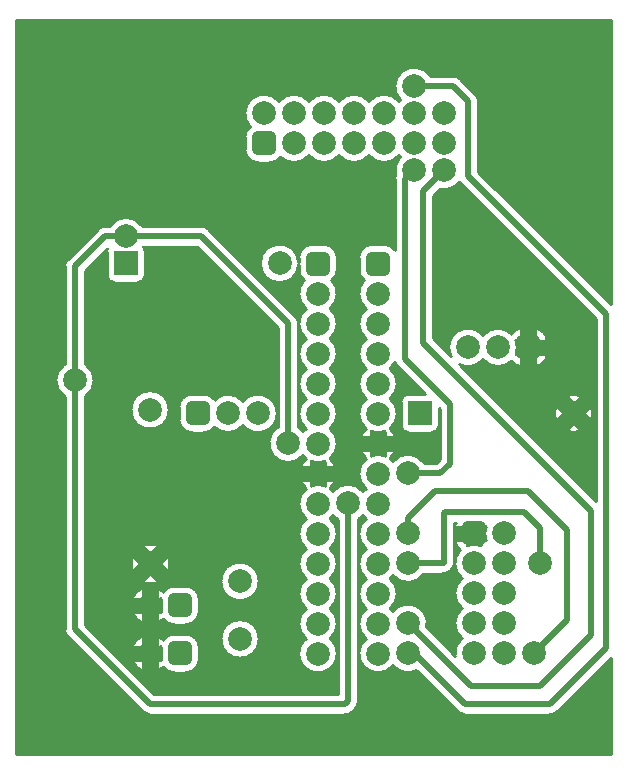
<source format=gbr>
G04 Generated by Ultiboard 14.0 *
%FSLAX34Y34*%
%MOMM*%

%ADD10C,0.0001*%
%ADD11C,0.2540*%
%ADD12C,0.5000*%
%ADD13C,2.0000*%
%ADD14R,2.0000X2.0000*%
%ADD15R,1.0051X1.0051*%
%ADD16C,0.9949*%


G04 ColorRGB 00FF00 for the following layer *
%LNCopper Top*%
%LPD*%
G54D10*
G36*
X690003Y407797D02*
X690003Y407797D01*
X735386Y453180D01*
X735386Y371971D01*
X232360Y371971D01*
X232360Y993700D01*
X735386Y993700D01*
X735386Y752817D01*
X623492Y864710D01*
X623492Y924560D01*
G74*
D01*
G03X620903Y930799I8812J0*
G01*
X620903Y930799D01*
X608219Y943483D01*
G74*
D01*
G03X601980Y946072I6239J6222*
G01*
X601980Y946072D01*
X582637Y946072D01*
G75*
D01*
G03X557381Y925830I-13671J-8820*
G01*
G74*
D01*
G03X556260Y924570I11579J11430*
G01*
G75*
D01*
G03X530860Y924570I-12700J-10170*
G01*
G75*
D01*
G03X505460Y924570I-12700J-10170*
G01*
G75*
D01*
G03X480060Y924570I-12700J-10170*
G01*
G75*
D01*
G03X454660Y924570I-12700J-10170*
G01*
G75*
D01*
G03X430233Y903122I-12698J-10172*
G01*
G74*
D01*
G03X425636Y894025I6702J9097*
G01*
X425636Y894025D01*
X425636Y883975D01*
G75*
D01*
G03X436935Y872676I11299J0*
G01*
X436935Y872676D01*
X446985Y872676D01*
G74*
D01*
G03X456082Y877273I0J11299*
G01*
G75*
D01*
G03X480060Y878830I11278J11727*
G01*
G75*
D01*
G03X505460Y878830I12700J10170*
G01*
G75*
D01*
G03X530860Y878830I12700J10170*
G01*
G75*
D01*
G03X556260Y878830I12700J10170*
G01*
G74*
D01*
G03X557381Y877570I12700J10170*
G01*
G75*
D01*
G03X553233Y861974I11579J-11429*
G01*
G75*
D01*
G03X552528Y858509I8107J-3454*
G01*
X552528Y858509D01*
X552528Y799067D01*
G74*
D01*
G03X543505Y803564I9022J6802*
G01*
X543505Y803564D01*
X533455Y803564D01*
G75*
D01*
G03X522156Y792265I0J-11299*
G01*
X522156Y792265D01*
X522156Y782215D01*
G75*
D01*
G03X526753Y773118I11299J0*
G01*
G75*
D01*
G03X528310Y749140I11727J-11278*
G01*
G75*
D01*
G03X528310Y723740I10170J-12700*
G01*
G75*
D01*
G03X528310Y698340I10170J-12700*
G01*
G75*
D01*
G03X528310Y672940I10170J-12700*
G01*
G75*
D01*
G03X528310Y647540I10170J-12700*
G01*
G74*
D01*
G03X523267Y640610I10169J12700*
G01*
X523267Y640610D01*
X532711Y640610D01*
X532711Y645027D01*
G75*
D01*
G03X544250Y645027I5770J15213*
G01*
X544250Y645027D01*
X544250Y640610D01*
X553693Y640610D01*
G74*
D01*
G03X548650Y647540I15212J5770*
G01*
G75*
D01*
G03X548650Y672940I-10170J12700*
G01*
G75*
D01*
G03X548650Y698340I-10170J12700*
G01*
G74*
D01*
G03X552915Y703534I10170J12699*
G01*
G74*
D01*
G03X555109Y699889I8424J2587*
G01*
X555109Y699889D01*
X578297Y676700D01*
X564040Y676700D01*
G75*
D01*
G03X557740Y670400I0J-6300*
G01*
X557740Y670400D01*
X557740Y650400D01*
G75*
D01*
G03X564040Y644100I6300J0*
G01*
X564040Y644100D01*
X584040Y644100D01*
G75*
D01*
G03X590340Y650400I0J6300*
G01*
X590340Y650400D01*
X590340Y664657D01*
X590628Y664370D01*
X590628Y621614D01*
X587426Y618412D01*
X577557Y618412D01*
G75*
D01*
G03X551116Y619689I-13677J-8810*
G01*
G74*
D01*
G03X548650Y622140I12636J10247*
G01*
G74*
D01*
G03X553693Y629071I10170J12700*
G01*
X553693Y629071D01*
X544250Y629071D01*
X544250Y624653D01*
G75*
D01*
G03X532711Y624653I-5769J-15213*
G01*
X532711Y624653D01*
X532711Y629071D01*
X523267Y629071D01*
G74*
D01*
G03X528310Y622140I15213J5769*
G01*
G75*
D01*
G03X528310Y596740I10170J-12700*
G01*
G74*
D01*
G03X525844Y594289I10171J12699*
G01*
G75*
D01*
G03X500316Y594289I-12764J-10088*
G01*
G74*
D01*
G03X497850Y596740I12636J10247*
G01*
G74*
D01*
G03X502893Y603671I10170J12700*
G01*
X502893Y603671D01*
X493450Y603671D01*
X493450Y599253D01*
G75*
D01*
G03X481911Y599253I-5769J-15213*
G01*
X481911Y599253D01*
X481911Y603671D01*
X472467Y603671D01*
G74*
D01*
G03X477510Y596740I15213J5769*
G01*
G75*
D01*
G03X477510Y571340I10170J-12700*
G01*
G75*
D01*
G03X477510Y545940I10170J-12700*
G01*
G75*
D01*
G03X477510Y520540I10170J-12700*
G01*
G75*
D01*
G03X477510Y495140I10170J-12700*
G01*
G75*
D01*
G03X477510Y469740I10170J-12700*
G01*
G75*
D01*
G03X497850Y469740I10170J-12700*
G01*
G75*
D01*
G03X497850Y495140I-10170J12700*
G01*
G75*
D01*
G03X497850Y520540I-10170J12700*
G01*
G75*
D01*
G03X497850Y545940I-10170J12700*
G01*
G75*
D01*
G03X497850Y571340I-10170J12700*
G01*
G74*
D01*
G03X500444Y573951I10171J12699*
G01*
G74*
D01*
G03X504268Y570523I12635J10248*
G01*
X504268Y570523D01*
X504268Y422832D01*
X349090Y422832D01*
X290752Y481170D01*
X290752Y674663D01*
G75*
D01*
G03X290752Y702017I-8810J13677*
G01*
X290752Y702017D01*
X290752Y781210D01*
X309262Y799720D01*
G74*
D01*
G03X308820Y797400I5858J2318*
G01*
X308820Y797400D01*
X308820Y777400D01*
G75*
D01*
G03X315120Y771100I6300J0*
G01*
X315120Y771100D01*
X335120Y771100D01*
G75*
D01*
G03X341420Y777400I0J6300*
G01*
X341420Y777400D01*
X341420Y797400D01*
G74*
D01*
G03X339948Y801448I6300J1*
G01*
X339948Y801448D01*
X384970Y801448D01*
X453468Y732950D01*
X453468Y648677D01*
G75*
D01*
G03X474916Y624751I8816J-13673*
G01*
G74*
D01*
G03X477510Y622140I12764J10087*
G01*
G74*
D01*
G03X472467Y615210I10169J12700*
G01*
X472467Y615210D01*
X481911Y615210D01*
X481911Y619627D01*
G75*
D01*
G03X493450Y619627I5770J15213*
G01*
X493450Y619627D01*
X493450Y615210D01*
X502893Y615210D01*
G74*
D01*
G03X497850Y622140I15212J5770*
G01*
G75*
D01*
G03X497850Y647540I-10170J12700*
G01*
G75*
D01*
G03X497850Y672940I-10170J12700*
G01*
G75*
D01*
G03X497850Y698340I-10170J12700*
G01*
G75*
D01*
G03X497850Y723740I-10170J12700*
G01*
G75*
D01*
G03X497850Y749140I-10170J12700*
G01*
G75*
D01*
G03X499407Y773118I-10170J12700*
G01*
G75*
D01*
G03X504004Y782215I-6702J9097*
G01*
X504004Y782215D01*
X504004Y792265D01*
G74*
D01*
G03X492705Y803564I11299J0*
G01*
X492705Y803564D01*
X482655Y803564D01*
G75*
D01*
G03X471356Y792265I0J-11299*
G01*
X471356Y792265D01*
X471356Y788457D01*
G75*
D01*
G03X471356Y786343I-16236J-1057*
G01*
X471356Y786343D01*
X471356Y782215D01*
G75*
D01*
G03X475953Y773118I11299J0*
G01*
G75*
D01*
G03X477510Y749140I11727J-11278*
G01*
G75*
D01*
G03X477510Y723740I10170J-12700*
G01*
G75*
D01*
G03X477510Y698340I10170J-12700*
G01*
G75*
D01*
G03X477510Y672940I10170J-12700*
G01*
G75*
D01*
G03X477510Y647540I10170J-12700*
G01*
G74*
D01*
G03X475044Y645089I10171J12699*
G01*
G74*
D01*
G03X471092Y648677I12764J10088*
G01*
X471092Y648677D01*
X471092Y736600D01*
G74*
D01*
G03X468503Y742839I8812J0*
G01*
X468503Y742839D01*
X459759Y751584D01*
X459759Y751584D01*
X394859Y816483D01*
G74*
D01*
G03X388620Y819072I6239J6222*
G01*
X388620Y819072D01*
X338797Y819072D01*
G75*
D01*
G03X311443Y819072I-13677J-8810*
G01*
X311443Y819072D01*
X307340Y819072D01*
G75*
D01*
G03X306145Y818991I-3J-8812*
G01*
G74*
D01*
G03X301109Y816491I1196J8731*
G01*
X301109Y816491D01*
X275709Y791091D01*
G75*
D01*
G03X273128Y784843I6230J-6231*
G01*
X273128Y784843D01*
X273128Y702017D01*
G75*
D01*
G03X273128Y674663I8810J-13677*
G01*
X273128Y674663D01*
X273128Y477537D01*
G75*
D01*
G03X275709Y471289I8812J-17*
G01*
X275709Y471289D01*
X339209Y407789D01*
G74*
D01*
G03X345079Y405215I6231J6230*
G01*
G75*
D01*
G03X345440Y405208I351J8805*
G01*
X345440Y405208D01*
X510530Y405208D01*
G75*
D01*
G03X513691Y405790I12J8812*
G01*
G74*
D01*
G03X516779Y407797I3152J8229*
G01*
X516779Y407797D01*
X519303Y410321D01*
G75*
D01*
G03X521892Y416560I-6222J6239*
G01*
X521892Y416560D01*
X521892Y570523D01*
G74*
D01*
G03X525716Y573951I8811J13676*
G01*
G74*
D01*
G03X528310Y571340I12764J10087*
G01*
G75*
D01*
G03X528310Y545940I10170J-12700*
G01*
G75*
D01*
G03X528310Y520540I10170J-12700*
G01*
G75*
D01*
G03X528310Y495140I10170J-12700*
G01*
G75*
D01*
G03X528310Y469740I10170J-12700*
G01*
G75*
D01*
G03X551244Y446951I10170J-12700*
G01*
G75*
D01*
G03X571085Y442612I12636J10248*
G01*
X571085Y442612D01*
X605909Y407789D01*
G74*
D01*
G03X611662Y405221I6231J6230*
G01*
G75*
D01*
G03X612140Y405208I478J8798*
G01*
X612140Y405208D01*
X683755Y405208D01*
G75*
D01*
G03X686392Y405608I12J8812*
G01*
G74*
D01*
G03X690003Y407797I2630J8411*
G01*
D02*
G37*
%LPC*%
G36*
X353566Y549700D02*
X353566Y549700D01*
X337314Y549700D01*
X345440Y541574D01*
X353566Y549700D01*
D02*
G37*
G36*
X339671Y441987D02*
X339671Y441987D01*
X339671Y451431D01*
X330227Y451431D01*
G74*
D01*
G03X339671Y441987I15213J5769*
G01*
D02*
G37*
G36*
X354540Y462970D02*
G74*
D01*
G03X354516Y462225I11275J736*
G01*
X354516Y462225D01*
X354516Y452175D01*
G75*
D01*
G03X354540Y451431I11299J-8*
G01*
X354540Y451431D01*
X351210Y451431D01*
X351210Y441987D01*
G74*
D01*
G03X356718Y445473I5771J15212*
G01*
G75*
D01*
G03X365815Y440876I9097J6702*
G01*
X365815Y440876D01*
X375865Y440876D01*
G75*
D01*
G03X387164Y452175I0J11299*
G01*
X387164Y452175D01*
X387164Y462225D01*
G74*
D01*
G03X375865Y473524I11299J0*
G01*
X375865Y473524D01*
X365815Y473524D01*
G75*
D01*
G03X356718Y468927I0J-11299*
G01*
G74*
D01*
G03X351210Y472413I11279J11726*
G01*
X351210Y472413D01*
X351210Y462970D01*
X354540Y462970D01*
D02*
G37*
G36*
X340440Y457200D02*
G75*
D01*
G03X340440Y457200I5000J0*
G01*
D02*
G37*
G36*
X405370Y469477D02*
G75*
D01*
G03X405370Y469477I16270J0*
G01*
D02*
G37*
G36*
X330227Y462970D02*
X330227Y462970D01*
X339671Y462970D01*
X339671Y472413D01*
G74*
D01*
G03X330227Y462970I5768J15213*
G01*
D02*
G37*
G36*
X339671Y482627D02*
X339671Y482627D01*
X339671Y492071D01*
X330227Y492071D01*
G74*
D01*
G03X339671Y482627I15213J5769*
G01*
D02*
G37*
G36*
X354540Y503610D02*
G74*
D01*
G03X354516Y502865I11275J736*
G01*
X354516Y502865D01*
X354516Y492815D01*
G75*
D01*
G03X354540Y492071I11299J-8*
G01*
X354540Y492071D01*
X351210Y492071D01*
X351210Y482627D01*
G74*
D01*
G03X356718Y486113I5771J15212*
G01*
G75*
D01*
G03X365815Y481516I9097J6702*
G01*
X365815Y481516D01*
X375865Y481516D01*
G75*
D01*
G03X387164Y492815I0J11299*
G01*
X387164Y492815D01*
X387164Y502865D01*
G74*
D01*
G03X375865Y514164I11299J0*
G01*
X375865Y514164D01*
X365815Y514164D01*
G75*
D01*
G03X356718Y509567I0J-11299*
G01*
G74*
D01*
G03X351210Y513053I11279J11726*
G01*
X351210Y513053D01*
X351210Y503610D01*
X354540Y503610D01*
D02*
G37*
G36*
X340440Y497840D02*
G75*
D01*
G03X340440Y497840I5000J0*
G01*
D02*
G37*
G36*
X337314Y517100D02*
X337314Y517100D01*
X353566Y517100D01*
X345440Y525226D01*
X337314Y517100D01*
D02*
G37*
G36*
X330227Y503610D02*
X330227Y503610D01*
X339671Y503610D01*
X339671Y513053D01*
G74*
D01*
G03X330227Y503610I5768J15213*
G01*
D02*
G37*
G36*
X405370Y518160D02*
G75*
D01*
G03X405370Y518160I16270J0*
G01*
D02*
G37*
G36*
X329140Y541526D02*
X329140Y541526D01*
X329140Y525274D01*
X337266Y533400D01*
X329140Y541526D01*
D02*
G37*
G36*
X361740Y525274D02*
X361740Y525274D01*
X361740Y541526D01*
X353614Y533400D01*
X361740Y525274D01*
D02*
G37*
G36*
X340440Y533400D02*
G75*
D01*
G03X340440Y533400I5000J0*
G01*
D02*
G37*
G36*
X533480Y634840D02*
G75*
D01*
G03X533480Y634840I5000J0*
G01*
D02*
G37*
G36*
X482680Y609440D02*
G75*
D01*
G03X482680Y609440I5000J0*
G01*
D02*
G37*
G36*
X400202Y672127D02*
G74*
D01*
G03X391105Y676724I9097J6702*
G01*
X391105Y676724D01*
X381055Y676724D01*
G75*
D01*
G03X369756Y665425I0J-11299*
G01*
X369756Y665425D01*
X369756Y655375D01*
G75*
D01*
G03X381055Y644076I11299J0*
G01*
X381055Y644076D01*
X391105Y644076D01*
G74*
D01*
G03X400202Y648673I0J11299*
G01*
G75*
D01*
G03X424180Y650230I11278J11727*
G01*
G75*
D01*
G03X424180Y670570I12700J10170*
G01*
G75*
D01*
G03X400202Y672127I-12700J-10170*
G01*
D02*
G37*
G36*
X329170Y663400D02*
G75*
D01*
G03X329170Y663400I16270J0*
G01*
D02*
G37*
%LPD*%
G36*
X599964Y709341D02*
X599964Y709341D01*
X585392Y723912D01*
X585392Y844710D01*
X590920Y850238D01*
G75*
D01*
G03X607288Y856262I3440J15901*
G01*
G74*
D01*
G03X608449Y854829I7390J4800*
G01*
X608449Y854829D01*
X722708Y740570D01*
X722708Y586597D01*
X709934Y599370D01*
X699759Y609546D01*
X607741Y701564D01*
G75*
D01*
G03X627380Y706110I6940J14715*
G01*
G75*
D01*
G03X651358Y704553I12700J10170*
G01*
G74*
D01*
G03X659691Y699981I9097J6701*
G01*
X659691Y699981D01*
X659691Y710491D01*
X655285Y710491D01*
G75*
D01*
G03X655285Y722069I-15204J5789*
G01*
X655285Y722069D01*
X659691Y722069D01*
X659691Y732579D01*
G74*
D01*
G03X651358Y728007I764J11273*
G01*
G75*
D01*
G03X627380Y726450I-11278J-11727*
G01*
G75*
D01*
G03X599964Y709341I-12700J-10170*
G01*
D02*
G37*
%LPC*%
G36*
X710717Y645563D02*
X710717Y645563D01*
X704040Y652241D01*
X699759Y647960D01*
X697363Y645563D01*
G75*
D01*
G03X710717Y645563I6677J14837*
G01*
D02*
G37*
G36*
X699759Y662983D02*
G75*
D01*
G03X699759Y662983I4281J-2583*
G01*
D02*
G37*
G36*
X697363Y675237D02*
X697363Y675237D01*
X704040Y668559D01*
X710717Y675237D01*
G75*
D01*
G03X697363Y675237I-6677J-14837*
G01*
D02*
G37*
G36*
X718877Y667077D02*
X718877Y667077D01*
X712199Y660400D01*
X718877Y653723D01*
G75*
D01*
G03X718877Y667077I-14837J6677*
G01*
D02*
G37*
G36*
X689203Y667077D02*
G75*
D01*
G03X689203Y653723I14837J-6677*
G01*
X689203Y653723D01*
X695881Y660400D01*
X689203Y667077D01*
D02*
G37*
G36*
X671269Y699981D02*
G74*
D01*
G03X681779Y710491I763J11273*
G01*
X681779Y710491D01*
X671269Y710491D01*
X671269Y699981D01*
D02*
G37*
G36*
X660480Y716280D02*
G75*
D01*
G03X660480Y716280I5000J0*
G01*
D02*
G37*
G36*
X681779Y722069D02*
G74*
D01*
G03X671269Y732579I11273J763*
G01*
X671269Y732579D01*
X671269Y722069D01*
X681779Y722069D01*
D02*
G37*
%LPD*%
G36*
X603461Y564589D02*
G74*
D01*
G02X604146Y567768I11273J766*
G01*
X604146Y567768D01*
X603172Y567768D01*
X603172Y534144D01*
G75*
D01*
G02X600583Y527905I-8812J0*
G01*
X600583Y527905D01*
X599855Y527177D01*
G74*
D01*
G02X595837Y524872I6239J6221*
G01*
G75*
D01*
G02X593608Y524588I-2219J8528*
G01*
X593608Y524588D01*
X577557Y524588D01*
G75*
D01*
G02X551244Y523151I-13677J8810*
G01*
G74*
D01*
G02X548650Y520540I12764J10087*
G01*
G75*
D01*
G02X548650Y495140I-10170J-12700*
G01*
G74*
D01*
G02X551116Y492689I10171J12699*
G01*
G75*
D01*
G02X579782Y479160I12766J-10086*
G01*
X579782Y479160D01*
X603596Y455347D01*
G75*
D01*
G02X609590Y469900I16163J1854*
G01*
G75*
D01*
G02X609590Y495300I10170J12700*
G01*
G75*
D01*
G02X609590Y520700I10170J12700*
G01*
G75*
D01*
G02X608033Y544678I10170J12700*
G01*
G74*
D01*
G02X603461Y553011I6701J9097*
G01*
X603461Y553011D01*
X613971Y553011D01*
X613971Y548605D01*
G75*
D01*
G02X625549Y548605I5789J-15204*
G01*
X625549Y548605D01*
X625549Y553011D01*
X629955Y553011D01*
G75*
D01*
G02X629955Y564589I15204J5789*
G01*
X629955Y564589D01*
X625549Y564589D01*
X625549Y567768D01*
X613971Y567768D01*
X613971Y564589D01*
X603461Y564589D01*
D02*
G37*
%LPC*%
G36*
X614760Y558800D02*
G75*
D01*
G02X614760Y558800I5000J0*
G01*
D02*
G37*
%LPD*%
G54D11*
X353566Y549700D02*
X337314Y549700D01*
X345440Y541574D01*
X353566Y549700D01*
X339671Y441987D02*
X339671Y451431D01*
X330227Y451431D01*
G74*
D01*
G03X339671Y441987I15213J5769*
G01*
X354540Y462970D02*
G74*
D01*
G03X354516Y462225I11275J736*
G01*
X354516Y452175D01*
G75*
D01*
G03X354540Y451431I11299J-8*
G01*
X351210Y451431D01*
X351210Y441987D01*
G74*
D01*
G03X356718Y445473I5771J15212*
G01*
G75*
D01*
G03X365815Y440876I9097J6702*
G01*
X375865Y440876D01*
G75*
D01*
G03X387164Y452175I0J11299*
G01*
X387164Y462225D01*
G74*
D01*
G03X375865Y473524I11299J0*
G01*
X365815Y473524D01*
G75*
D01*
G03X356718Y468927I0J-11299*
G01*
G74*
D01*
G03X351210Y472413I11279J11726*
G01*
X351210Y462970D01*
X354540Y462970D01*
X340440Y457200D02*
G75*
D01*
G03X340440Y457200I5000J0*
G01*
X405370Y469477D02*
G75*
D01*
G03X405370Y469477I16270J0*
G01*
X330227Y462970D02*
X339671Y462970D01*
X339671Y472413D01*
G74*
D01*
G03X330227Y462970I5768J15213*
G01*
X339671Y482627D02*
X339671Y492071D01*
X330227Y492071D01*
G74*
D01*
G03X339671Y482627I15213J5769*
G01*
X354540Y503610D02*
G74*
D01*
G03X354516Y502865I11275J736*
G01*
X354516Y492815D01*
G75*
D01*
G03X354540Y492071I11299J-8*
G01*
X351210Y492071D01*
X351210Y482627D01*
G74*
D01*
G03X356718Y486113I5771J15212*
G01*
G75*
D01*
G03X365815Y481516I9097J6702*
G01*
X375865Y481516D01*
G75*
D01*
G03X387164Y492815I0J11299*
G01*
X387164Y502865D01*
G74*
D01*
G03X375865Y514164I11299J0*
G01*
X365815Y514164D01*
G75*
D01*
G03X356718Y509567I0J-11299*
G01*
G74*
D01*
G03X351210Y513053I11279J11726*
G01*
X351210Y503610D01*
X354540Y503610D01*
X340440Y497840D02*
G75*
D01*
G03X340440Y497840I5000J0*
G01*
X337314Y517100D02*
X353566Y517100D01*
X345440Y525226D01*
X337314Y517100D01*
X330227Y503610D02*
X339671Y503610D01*
X339671Y513053D01*
G74*
D01*
G03X330227Y503610I5768J15213*
G01*
X405370Y518160D02*
G75*
D01*
G03X405370Y518160I16270J0*
G01*
X329140Y541526D02*
X329140Y525274D01*
X337266Y533400D01*
X329140Y541526D01*
X361740Y525274D02*
X361740Y541526D01*
X353614Y533400D01*
X361740Y525274D01*
X340440Y533400D02*
G75*
D01*
G03X340440Y533400I5000J0*
G01*
X533480Y634840D02*
G75*
D01*
G03X533480Y634840I5000J0*
G01*
X482680Y609440D02*
G75*
D01*
G03X482680Y609440I5000J0*
G01*
X400202Y672127D02*
G74*
D01*
G03X391105Y676724I9097J6702*
G01*
X381055Y676724D01*
G75*
D01*
G03X369756Y665425I0J-11299*
G01*
X369756Y655375D01*
G75*
D01*
G03X381055Y644076I11299J0*
G01*
X391105Y644076D01*
G74*
D01*
G03X400202Y648673I0J11299*
G01*
G75*
D01*
G03X424180Y650230I11278J11727*
G01*
G75*
D01*
G03X424180Y670570I12700J10170*
G01*
G75*
D01*
G03X400202Y672127I-12700J-10170*
G01*
X329170Y663400D02*
G75*
D01*
G03X329170Y663400I16270J0*
G01*
X690003Y407797D02*
X735386Y453180D01*
X735386Y371971D01*
X232360Y371971D01*
X232360Y993700D01*
X735386Y993700D01*
X735386Y752817D01*
X623492Y864710D01*
X623492Y924560D01*
G74*
D01*
G03X620903Y930799I8812J0*
G01*
X608219Y943483D01*
G74*
D01*
G03X601980Y946072I6239J6222*
G01*
X582637Y946072D01*
G75*
D01*
G03X557381Y925830I-13671J-8820*
G01*
G74*
D01*
G03X556260Y924570I11579J11430*
G01*
G75*
D01*
G03X530860Y924570I-12700J-10170*
G01*
G75*
D01*
G03X505460Y924570I-12700J-10170*
G01*
G75*
D01*
G03X480060Y924570I-12700J-10170*
G01*
G75*
D01*
G03X454660Y924570I-12700J-10170*
G01*
G75*
D01*
G03X430233Y903122I-12698J-10172*
G01*
G74*
D01*
G03X425636Y894025I6702J9097*
G01*
X425636Y883975D01*
G75*
D01*
G03X436935Y872676I11299J0*
G01*
X446985Y872676D01*
G74*
D01*
G03X456082Y877273I0J11299*
G01*
G75*
D01*
G03X480060Y878830I11278J11727*
G01*
G75*
D01*
G03X505460Y878830I12700J10170*
G01*
G75*
D01*
G03X530860Y878830I12700J10170*
G01*
G75*
D01*
G03X556260Y878830I12700J10170*
G01*
G74*
D01*
G03X557381Y877570I12700J10170*
G01*
G75*
D01*
G03X553233Y861974I11579J-11429*
G01*
G75*
D01*
G03X552528Y858509I8107J-3454*
G01*
X552528Y799067D01*
G74*
D01*
G03X543505Y803564I9022J6802*
G01*
X533455Y803564D01*
G75*
D01*
G03X522156Y792265I0J-11299*
G01*
X522156Y782215D01*
G75*
D01*
G03X526753Y773118I11299J0*
G01*
G75*
D01*
G03X528310Y749140I11727J-11278*
G01*
G75*
D01*
G03X528310Y723740I10170J-12700*
G01*
G75*
D01*
G03X528310Y698340I10170J-12700*
G01*
G75*
D01*
G03X528310Y672940I10170J-12700*
G01*
G75*
D01*
G03X528310Y647540I10170J-12700*
G01*
G74*
D01*
G03X523267Y640610I10169J12700*
G01*
X532711Y640610D01*
X532711Y645027D01*
G75*
D01*
G03X544250Y645027I5770J15213*
G01*
X544250Y640610D01*
X553693Y640610D01*
G74*
D01*
G03X548650Y647540I15212J5770*
G01*
G75*
D01*
G03X548650Y672940I-10170J12700*
G01*
G75*
D01*
G03X548650Y698340I-10170J12700*
G01*
G74*
D01*
G03X552915Y703534I10170J12699*
G01*
G74*
D01*
G03X555109Y699889I8424J2587*
G01*
X578297Y676700D01*
X564040Y676700D01*
G75*
D01*
G03X557740Y670400I0J-6300*
G01*
X557740Y650400D01*
G75*
D01*
G03X564040Y644100I6300J0*
G01*
X584040Y644100D01*
G75*
D01*
G03X590340Y650400I0J6300*
G01*
X590340Y664657D01*
X590628Y664370D01*
X590628Y621614D01*
X587426Y618412D01*
X577557Y618412D01*
G75*
D01*
G03X551116Y619689I-13677J-8810*
G01*
G74*
D01*
G03X548650Y622140I12636J10247*
G01*
G74*
D01*
G03X553693Y629071I10170J12700*
G01*
X544250Y629071D01*
X544250Y624653D01*
G75*
D01*
G03X532711Y624653I-5769J-15213*
G01*
X532711Y629071D01*
X523267Y629071D01*
G74*
D01*
G03X528310Y622140I15213J5769*
G01*
G75*
D01*
G03X528310Y596740I10170J-12700*
G01*
G74*
D01*
G03X525844Y594289I10171J12699*
G01*
G75*
D01*
G03X500316Y594289I-12764J-10088*
G01*
G74*
D01*
G03X497850Y596740I12636J10247*
G01*
G74*
D01*
G03X502893Y603671I10170J12700*
G01*
X493450Y603671D01*
X493450Y599253D01*
G75*
D01*
G03X481911Y599253I-5769J-15213*
G01*
X481911Y603671D01*
X472467Y603671D01*
G74*
D01*
G03X477510Y596740I15213J5769*
G01*
G75*
D01*
G03X477510Y571340I10170J-12700*
G01*
G75*
D01*
G03X477510Y545940I10170J-12700*
G01*
G75*
D01*
G03X477510Y520540I10170J-12700*
G01*
G75*
D01*
G03X477510Y495140I10170J-12700*
G01*
G75*
D01*
G03X477510Y469740I10170J-12700*
G01*
G75*
D01*
G03X497850Y469740I10170J-12700*
G01*
G75*
D01*
G03X497850Y495140I-10170J12700*
G01*
G75*
D01*
G03X497850Y520540I-10170J12700*
G01*
G75*
D01*
G03X497850Y545940I-10170J12700*
G01*
G75*
D01*
G03X497850Y571340I-10170J12700*
G01*
G74*
D01*
G03X500444Y573951I10171J12699*
G01*
G74*
D01*
G03X504268Y570523I12635J10248*
G01*
X504268Y422832D01*
X349090Y422832D01*
X290752Y481170D01*
X290752Y674663D01*
G75*
D01*
G03X290752Y702017I-8810J13677*
G01*
X290752Y781210D01*
X309262Y799720D01*
G74*
D01*
G03X308820Y797400I5858J2318*
G01*
X308820Y777400D01*
G75*
D01*
G03X315120Y771100I6300J0*
G01*
X335120Y771100D01*
G75*
D01*
G03X341420Y777400I0J6300*
G01*
X341420Y797400D01*
G74*
D01*
G03X339948Y801448I6300J1*
G01*
X384970Y801448D01*
X453468Y732950D01*
X453468Y648677D01*
G75*
D01*
G03X474916Y624751I8816J-13673*
G01*
G74*
D01*
G03X477510Y622140I12764J10087*
G01*
G74*
D01*
G03X472467Y615210I10169J12700*
G01*
X481911Y615210D01*
X481911Y619627D01*
G75*
D01*
G03X493450Y619627I5770J15213*
G01*
X493450Y615210D01*
X502893Y615210D01*
G74*
D01*
G03X497850Y622140I15212J5770*
G01*
G75*
D01*
G03X497850Y647540I-10170J12700*
G01*
G75*
D01*
G03X497850Y672940I-10170J12700*
G01*
G75*
D01*
G03X497850Y698340I-10170J12700*
G01*
G75*
D01*
G03X497850Y723740I-10170J12700*
G01*
G75*
D01*
G03X497850Y749140I-10170J12700*
G01*
G75*
D01*
G03X499407Y773118I-10170J12700*
G01*
G75*
D01*
G03X504004Y782215I-6702J9097*
G01*
X504004Y792265D01*
G74*
D01*
G03X492705Y803564I11299J0*
G01*
X482655Y803564D01*
G75*
D01*
G03X471356Y792265I0J-11299*
G01*
X471356Y788457D01*
G75*
D01*
G03X471356Y786343I-16236J-1057*
G01*
X471356Y782215D01*
G75*
D01*
G03X475953Y773118I11299J0*
G01*
G75*
D01*
G03X477510Y749140I11727J-11278*
G01*
G75*
D01*
G03X477510Y723740I10170J-12700*
G01*
G75*
D01*
G03X477510Y698340I10170J-12700*
G01*
G75*
D01*
G03X477510Y672940I10170J-12700*
G01*
G75*
D01*
G03X477510Y647540I10170J-12700*
G01*
G74*
D01*
G03X475044Y645089I10171J12699*
G01*
G74*
D01*
G03X471092Y648677I12764J10088*
G01*
X471092Y736600D01*
G74*
D01*
G03X468503Y742839I8812J0*
G01*
X459759Y751584D01*
X459759Y751584D01*
X394859Y816483D01*
G74*
D01*
G03X388620Y819072I6239J6222*
G01*
X338797Y819072D01*
G75*
D01*
G03X311443Y819072I-13677J-8810*
G01*
X307340Y819072D01*
G75*
D01*
G03X306145Y818991I-3J-8812*
G01*
G74*
D01*
G03X301109Y816491I1196J8731*
G01*
X275709Y791091D01*
G75*
D01*
G03X273128Y784843I6230J-6231*
G01*
X273128Y702017D01*
G75*
D01*
G03X273128Y674663I8810J-13677*
G01*
X273128Y477537D01*
G75*
D01*
G03X275709Y471289I8812J-17*
G01*
X339209Y407789D01*
G74*
D01*
G03X345079Y405215I6231J6230*
G01*
G75*
D01*
G03X345440Y405208I351J8805*
G01*
X510530Y405208D01*
G75*
D01*
G03X513691Y405790I12J8812*
G01*
G74*
D01*
G03X516779Y407797I3152J8229*
G01*
X519303Y410321D01*
G75*
D01*
G03X521892Y416560I-6222J6239*
G01*
X521892Y570523D01*
G74*
D01*
G03X525716Y573951I8811J13676*
G01*
G74*
D01*
G03X528310Y571340I12764J10087*
G01*
G75*
D01*
G03X528310Y545940I10170J-12700*
G01*
G75*
D01*
G03X528310Y520540I10170J-12700*
G01*
G75*
D01*
G03X528310Y495140I10170J-12700*
G01*
G75*
D01*
G03X528310Y469740I10170J-12700*
G01*
G75*
D01*
G03X551244Y446951I10170J-12700*
G01*
G75*
D01*
G03X571085Y442612I12636J10248*
G01*
X605909Y407789D01*
G74*
D01*
G03X611662Y405221I6231J6230*
G01*
G75*
D01*
G03X612140Y405208I478J8798*
G01*
X683755Y405208D01*
G75*
D01*
G03X686392Y405608I12J8812*
G01*
G74*
D01*
G03X690003Y407797I2630J8411*
G01*
X614760Y558800D02*
G75*
D01*
G02X614760Y558800I5000J0*
G01*
X603461Y564589D02*
G74*
D01*
G02X604146Y567768I11273J766*
G01*
X603172Y567768D01*
X603172Y534144D01*
G75*
D01*
G02X600583Y527905I-8812J0*
G01*
X599855Y527177D01*
G74*
D01*
G02X595837Y524872I6239J6221*
G01*
G75*
D01*
G02X593608Y524588I-2219J8528*
G01*
X577557Y524588D01*
G75*
D01*
G02X551244Y523151I-13677J8810*
G01*
G74*
D01*
G02X548650Y520540I12764J10087*
G01*
G75*
D01*
G02X548650Y495140I-10170J-12700*
G01*
G74*
D01*
G02X551116Y492689I10171J12699*
G01*
G75*
D01*
G02X579782Y479160I12766J-10086*
G01*
X603596Y455347D01*
G75*
D01*
G02X609590Y469900I16163J1854*
G01*
G75*
D01*
G02X609590Y495300I10170J12700*
G01*
G75*
D01*
G02X609590Y520700I10170J12700*
G01*
G75*
D01*
G02X608033Y544678I10170J12700*
G01*
G74*
D01*
G02X603461Y553011I6701J9097*
G01*
X613971Y553011D01*
X613971Y548605D01*
G75*
D01*
G02X625549Y548605I5789J-15204*
G01*
X625549Y553011D01*
X629955Y553011D01*
G75*
D01*
G02X629955Y564589I15204J5789*
G01*
X625549Y564589D01*
X625549Y567768D01*
X613971Y567768D01*
X613971Y564589D01*
X603461Y564589D01*
X710717Y645563D02*
X704040Y652241D01*
X699759Y647960D01*
X697363Y645563D01*
G75*
D01*
G03X710717Y645563I6677J14837*
G01*
X699759Y662983D02*
G75*
D01*
G03X699759Y662983I4281J-2583*
G01*
X697363Y675237D02*
X704040Y668559D01*
X710717Y675237D01*
G75*
D01*
G03X697363Y675237I-6677J-14837*
G01*
X718877Y667077D02*
X712199Y660400D01*
X718877Y653723D01*
G75*
D01*
G03X718877Y667077I-14837J6677*
G01*
X689203Y667077D02*
G75*
D01*
G03X689203Y653723I14837J-6677*
G01*
X695881Y660400D01*
X689203Y667077D01*
X671269Y699981D02*
G74*
D01*
G03X681779Y710491I763J11273*
G01*
X671269Y710491D01*
X671269Y699981D01*
X660480Y716280D02*
G75*
D01*
G03X660480Y716280I5000J0*
G01*
X681779Y722069D02*
G74*
D01*
G03X671269Y732579I11273J763*
G01*
X671269Y722069D01*
X681779Y722069D01*
X599964Y709341D02*
X585392Y723912D01*
X585392Y844710D01*
X590920Y850238D01*
G75*
D01*
G03X607288Y856262I3440J15901*
G01*
G74*
D01*
G03X608449Y854829I7390J4800*
G01*
X722708Y740570D01*
X722708Y586597D01*
X709934Y599370D01*
X699759Y609546D01*
X607741Y701564D01*
G75*
D01*
G03X627380Y706110I6940J14715*
G01*
G75*
D01*
G03X651358Y704553I12700J10170*
G01*
G74*
D01*
G03X659691Y699981I9097J6701*
G01*
X659691Y710491D01*
X655285Y710491D01*
G75*
D01*
G03X655285Y722069I-15204J5789*
G01*
X659691Y722069D01*
X659691Y732579D01*
G74*
D01*
G03X651358Y728007I764J11273*
G01*
G75*
D01*
G03X627380Y726450I-11278J-11727*
G01*
G75*
D01*
G03X599964Y709341I-12700J-10170*
G01*
G54D12*
X731520Y461776D02*
X731520Y744220D01*
X614680Y861060D02*
X731520Y744220D01*
X617220Y429260D02*
X563880Y482600D01*
X675640Y429260D02*
X617220Y429260D01*
X718820Y472440D02*
X675640Y429260D01*
X718820Y578022D02*
X718820Y472440D01*
X576580Y720262D02*
X718820Y578022D01*
X576580Y848360D02*
X576580Y720262D01*
X576580Y848360D02*
X594360Y866140D01*
X568960Y457200D02*
X563880Y457200D01*
X612140Y414020D02*
X568960Y457200D01*
X612140Y414020D02*
X683764Y414020D01*
X731520Y461776D02*
X683764Y414020D01*
X614680Y924560D02*
X614680Y861060D01*
X601980Y937260D02*
X614680Y924560D01*
X568960Y937260D02*
X601980Y937260D01*
X561340Y858520D02*
X568960Y866140D01*
X561340Y706120D02*
X561340Y858520D01*
X599440Y668020D02*
X561340Y706120D01*
X599440Y617964D02*
X599440Y668020D01*
X599440Y617964D02*
X591076Y609600D01*
X563880Y609600D02*
X591076Y609600D01*
X563880Y533400D02*
X593616Y533400D01*
X594360Y534144D02*
X594360Y575836D01*
X594360Y534144D02*
X593616Y533400D01*
X594360Y575836D02*
X595104Y576580D01*
X662196Y576580D01*
X675640Y563136D02*
X662196Y576580D01*
X675640Y563136D02*
X675640Y533400D01*
X563880Y571500D02*
X563880Y558800D01*
X586740Y594360D02*
X563880Y571500D01*
X665480Y594360D02*
X586740Y594360D01*
X698500Y561340D02*
X665480Y594360D01*
X698500Y485140D02*
X698500Y561340D01*
X670560Y457200D02*
X698500Y485140D01*
X462280Y736600D02*
X462280Y635000D01*
X388620Y810260D02*
X462280Y736600D01*
X307340Y810260D02*
X388620Y810260D01*
X307340Y810260D02*
X281940Y784860D01*
X281940Y477520D02*
X281940Y784860D01*
X345440Y414020D02*
X281940Y477520D01*
X510540Y414020D02*
X345440Y414020D01*
X513080Y416560D02*
X510540Y414020D01*
X513080Y584200D02*
X513080Y416560D01*
G54D13*
X421640Y518160D03*
X421640Y469477D03*
X704040Y660400D03*
X345440Y663400D03*
X455120Y787400D03*
X345440Y457200D03*
X345440Y497840D03*
X467360Y914400D03*
X467360Y889000D03*
X441960Y914400D03*
X543560Y914400D03*
X543560Y889000D03*
X518160Y914400D03*
X518160Y889000D03*
X492760Y914400D03*
X492760Y889000D03*
X594360Y914400D03*
X594360Y889000D03*
X568960Y914400D03*
X568960Y889000D03*
X640080Y716280D03*
X614680Y716280D03*
X645160Y508000D03*
X619760Y508000D03*
X645160Y558800D03*
X645160Y533400D03*
X619760Y533400D03*
X619760Y457200D03*
X645160Y457200D03*
X645160Y482600D03*
X619760Y482600D03*
X538480Y507840D03*
X538480Y660240D03*
X538480Y736440D03*
X538480Y761840D03*
X538480Y711040D03*
X538480Y685640D03*
X538480Y584040D03*
X538480Y634840D03*
X538480Y609440D03*
X538480Y533240D03*
X538480Y558640D03*
X538480Y457040D03*
X538480Y482440D03*
X487680Y507840D03*
X487680Y660240D03*
X487680Y736440D03*
X487680Y761840D03*
X487680Y711040D03*
X487680Y685640D03*
X487680Y584040D03*
X487680Y634840D03*
X487680Y609440D03*
X487680Y533240D03*
X487680Y558640D03*
X487680Y457040D03*
X487680Y482440D03*
X411480Y660400D03*
X436880Y660400D03*
X563880Y482600D03*
X594360Y866140D03*
X563880Y457200D03*
X568960Y937260D03*
X568960Y866140D03*
X563880Y609600D03*
X563880Y533400D03*
X675640Y533400D03*
X563880Y558800D03*
X670560Y457200D03*
X462280Y635000D03*
X325120Y810260D03*
X281940Y688340D03*
X513080Y584200D03*
G54D14*
X574040Y660400D03*
X345440Y533400D03*
X325120Y787400D03*
G54D15*
X370840Y457200D03*
X370840Y497840D03*
X441960Y889000D03*
X665480Y716280D03*
X619760Y558800D03*
X538480Y787240D03*
X487680Y787240D03*
X386080Y660400D03*
G54D16*
X365815Y452175D02*
X375865Y452175D01*
X375865Y462225D01*
X365815Y462225D01*
X365815Y452175D01*D02*
X365815Y492815D02*
X375865Y492815D01*
X375865Y502865D01*
X365815Y502865D01*
X365815Y492815D01*D02*
X436935Y883975D02*
X446985Y883975D01*
X446985Y894025D01*
X436935Y894025D01*
X436935Y883975D01*D02*
X660455Y711255D02*
X670505Y711255D01*
X670505Y721305D01*
X660455Y721305D01*
X660455Y711255D01*D02*
X614735Y553775D02*
X624785Y553775D01*
X624785Y563825D01*
X614735Y563825D01*
X614735Y553775D01*D02*
X533455Y782215D02*
X543505Y782215D01*
X543505Y792265D01*
X533455Y792265D01*
X533455Y782215D01*D02*
X482655Y782215D02*
X492705Y782215D01*
X492705Y792265D01*
X482655Y792265D01*
X482655Y782215D01*D02*
X381055Y655375D02*
X391105Y655375D01*
X391105Y665425D01*
X381055Y665425D01*
X381055Y655375D01*D02*

M02*

</source>
